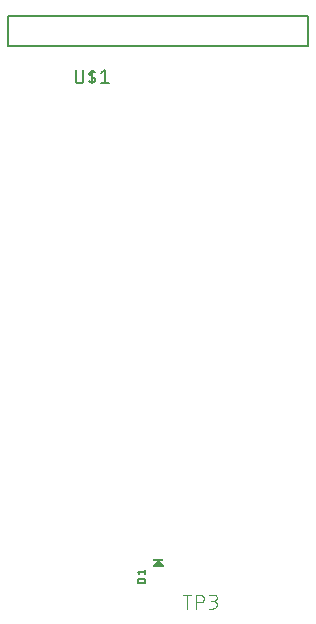
<source format=gbr>
G04 EAGLE Gerber RS-274X export*
G75*
%MOMM*%
%FSLAX34Y34*%
%LPD*%
%INSilkscreen Top*%
%IPPOS*%
%AMOC8*
5,1,8,0,0,1.08239X$1,22.5*%
G01*
%ADD10R,0.889000X0.190500*%
%ADD11C,0.152400*%
%ADD12C,0.101600*%
%ADD13C,0.127000*%

G36*
X378478Y22102D02*
X378478Y22102D01*
X378495Y22100D01*
X378599Y22121D01*
X378703Y22139D01*
X378718Y22147D01*
X378736Y22151D01*
X378827Y22204D01*
X378920Y22254D01*
X378932Y22266D01*
X378948Y22276D01*
X379017Y22355D01*
X379090Y22432D01*
X379097Y22448D01*
X379109Y22462D01*
X379149Y22559D01*
X379193Y22655D01*
X379195Y22673D01*
X379202Y22689D01*
X379209Y22795D01*
X379220Y22899D01*
X379216Y22917D01*
X379218Y22935D01*
X379190Y23037D01*
X379168Y23140D01*
X379159Y23155D01*
X379154Y23172D01*
X379069Y23317D01*
X375259Y28397D01*
X375256Y28400D01*
X375254Y28404D01*
X375167Y28485D01*
X375082Y28567D01*
X375078Y28569D01*
X375075Y28572D01*
X374966Y28622D01*
X374859Y28672D01*
X374855Y28672D01*
X374851Y28674D01*
X374733Y28687D01*
X374615Y28700D01*
X374611Y28700D01*
X374606Y28700D01*
X374490Y28674D01*
X374374Y28650D01*
X374370Y28647D01*
X374366Y28646D01*
X374264Y28585D01*
X374162Y28525D01*
X374159Y28521D01*
X374156Y28519D01*
X374041Y28397D01*
X370231Y23317D01*
X370223Y23301D01*
X370211Y23288D01*
X370166Y23192D01*
X370117Y23099D01*
X370114Y23081D01*
X370107Y23065D01*
X370095Y22960D01*
X370079Y22856D01*
X370082Y22838D01*
X370080Y22821D01*
X370102Y22718D01*
X370120Y22613D01*
X370128Y22598D01*
X370132Y22580D01*
X370186Y22490D01*
X370236Y22397D01*
X370249Y22384D01*
X370258Y22369D01*
X370338Y22300D01*
X370415Y22228D01*
X370432Y22221D01*
X370445Y22209D01*
X370543Y22170D01*
X370639Y22126D01*
X370657Y22124D01*
X370673Y22117D01*
X370840Y22099D01*
X378460Y22099D01*
X378478Y22102D01*
G37*
D10*
X374650Y27758D03*
D11*
X363728Y8382D02*
X357124Y8382D01*
X357124Y10216D01*
X357126Y10301D01*
X357132Y10385D01*
X357142Y10469D01*
X357155Y10553D01*
X357173Y10636D01*
X357194Y10718D01*
X357219Y10799D01*
X357248Y10879D01*
X357280Y10957D01*
X357316Y11033D01*
X357356Y11108D01*
X357399Y11181D01*
X357445Y11252D01*
X357494Y11321D01*
X357547Y11388D01*
X357603Y11452D01*
X357661Y11513D01*
X357722Y11571D01*
X357786Y11627D01*
X357853Y11680D01*
X357922Y11729D01*
X357993Y11775D01*
X358066Y11818D01*
X358141Y11858D01*
X358217Y11894D01*
X358296Y11926D01*
X358375Y11955D01*
X358456Y11980D01*
X358538Y12001D01*
X358621Y12019D01*
X358705Y12032D01*
X358789Y12042D01*
X358873Y12048D01*
X358958Y12050D01*
X358958Y12051D02*
X361894Y12051D01*
X361894Y12050D02*
X361979Y12048D01*
X362063Y12042D01*
X362147Y12032D01*
X362231Y12019D01*
X362314Y12001D01*
X362396Y11980D01*
X362477Y11955D01*
X362557Y11926D01*
X362635Y11894D01*
X362711Y11858D01*
X362786Y11818D01*
X362859Y11775D01*
X362930Y11729D01*
X362999Y11680D01*
X363066Y11627D01*
X363130Y11571D01*
X363191Y11513D01*
X363249Y11452D01*
X363305Y11388D01*
X363358Y11321D01*
X363407Y11252D01*
X363453Y11181D01*
X363496Y11108D01*
X363536Y11033D01*
X363572Y10957D01*
X363604Y10879D01*
X363633Y10799D01*
X363658Y10718D01*
X363679Y10636D01*
X363697Y10553D01*
X363710Y10469D01*
X363720Y10385D01*
X363726Y10301D01*
X363728Y10216D01*
X363728Y8382D01*
X358592Y15941D02*
X357124Y17775D01*
X363728Y17775D01*
X363728Y15941D02*
X363728Y19610D01*
D12*
X398803Y-1359D02*
X398803Y-13043D01*
X395557Y-1359D02*
X402048Y-1359D01*
X406775Y-1359D02*
X406775Y-13043D01*
X406775Y-1359D02*
X410021Y-1359D01*
X410134Y-1361D01*
X410247Y-1367D01*
X410360Y-1377D01*
X410473Y-1391D01*
X410585Y-1408D01*
X410696Y-1430D01*
X410806Y-1455D01*
X410916Y-1485D01*
X411024Y-1518D01*
X411131Y-1555D01*
X411237Y-1595D01*
X411341Y-1640D01*
X411444Y-1688D01*
X411545Y-1739D01*
X411644Y-1794D01*
X411741Y-1852D01*
X411836Y-1914D01*
X411929Y-1979D01*
X412019Y-2047D01*
X412107Y-2118D01*
X412193Y-2193D01*
X412276Y-2270D01*
X412356Y-2350D01*
X412433Y-2433D01*
X412508Y-2519D01*
X412579Y-2607D01*
X412647Y-2697D01*
X412712Y-2790D01*
X412774Y-2885D01*
X412832Y-2982D01*
X412887Y-3081D01*
X412938Y-3182D01*
X412986Y-3285D01*
X413031Y-3389D01*
X413071Y-3495D01*
X413108Y-3602D01*
X413141Y-3710D01*
X413171Y-3820D01*
X413196Y-3930D01*
X413218Y-4041D01*
X413235Y-4153D01*
X413249Y-4266D01*
X413259Y-4379D01*
X413265Y-4492D01*
X413267Y-4605D01*
X413265Y-4718D01*
X413259Y-4831D01*
X413249Y-4944D01*
X413235Y-5057D01*
X413218Y-5169D01*
X413196Y-5280D01*
X413171Y-5390D01*
X413141Y-5500D01*
X413108Y-5608D01*
X413071Y-5715D01*
X413031Y-5821D01*
X412986Y-5925D01*
X412938Y-6028D01*
X412887Y-6129D01*
X412832Y-6228D01*
X412774Y-6325D01*
X412712Y-6420D01*
X412647Y-6513D01*
X412579Y-6603D01*
X412508Y-6691D01*
X412433Y-6777D01*
X412356Y-6860D01*
X412276Y-6940D01*
X412193Y-7017D01*
X412107Y-7092D01*
X412019Y-7163D01*
X411929Y-7231D01*
X411836Y-7296D01*
X411741Y-7358D01*
X411644Y-7416D01*
X411545Y-7471D01*
X411444Y-7522D01*
X411341Y-7570D01*
X411237Y-7615D01*
X411131Y-7655D01*
X411024Y-7692D01*
X410916Y-7725D01*
X410806Y-7755D01*
X410696Y-7780D01*
X410585Y-7802D01*
X410473Y-7819D01*
X410360Y-7833D01*
X410247Y-7843D01*
X410134Y-7849D01*
X410021Y-7851D01*
X410021Y-7850D02*
X406775Y-7850D01*
X417655Y-13043D02*
X420900Y-13043D01*
X421013Y-13041D01*
X421126Y-13035D01*
X421239Y-13025D01*
X421352Y-13011D01*
X421464Y-12994D01*
X421575Y-12972D01*
X421685Y-12947D01*
X421795Y-12917D01*
X421903Y-12884D01*
X422010Y-12847D01*
X422116Y-12807D01*
X422220Y-12762D01*
X422323Y-12714D01*
X422424Y-12663D01*
X422523Y-12608D01*
X422620Y-12550D01*
X422715Y-12488D01*
X422808Y-12423D01*
X422898Y-12355D01*
X422986Y-12284D01*
X423072Y-12209D01*
X423155Y-12132D01*
X423235Y-12052D01*
X423312Y-11969D01*
X423387Y-11883D01*
X423458Y-11795D01*
X423526Y-11705D01*
X423591Y-11612D01*
X423653Y-11517D01*
X423711Y-11420D01*
X423766Y-11321D01*
X423817Y-11220D01*
X423865Y-11117D01*
X423910Y-11013D01*
X423950Y-10907D01*
X423987Y-10800D01*
X424020Y-10692D01*
X424050Y-10582D01*
X424075Y-10472D01*
X424097Y-10361D01*
X424114Y-10249D01*
X424128Y-10136D01*
X424138Y-10023D01*
X424144Y-9910D01*
X424146Y-9797D01*
X424144Y-9684D01*
X424138Y-9571D01*
X424128Y-9458D01*
X424114Y-9345D01*
X424097Y-9233D01*
X424075Y-9122D01*
X424050Y-9012D01*
X424020Y-8902D01*
X423987Y-8794D01*
X423950Y-8687D01*
X423910Y-8581D01*
X423865Y-8477D01*
X423817Y-8374D01*
X423766Y-8273D01*
X423711Y-8174D01*
X423653Y-8077D01*
X423591Y-7982D01*
X423526Y-7889D01*
X423458Y-7799D01*
X423387Y-7711D01*
X423312Y-7625D01*
X423235Y-7542D01*
X423155Y-7462D01*
X423072Y-7385D01*
X422986Y-7310D01*
X422898Y-7239D01*
X422808Y-7171D01*
X422715Y-7106D01*
X422620Y-7044D01*
X422523Y-6986D01*
X422424Y-6931D01*
X422323Y-6880D01*
X422220Y-6832D01*
X422116Y-6787D01*
X422010Y-6747D01*
X421903Y-6710D01*
X421795Y-6677D01*
X421685Y-6647D01*
X421575Y-6622D01*
X421464Y-6600D01*
X421352Y-6583D01*
X421239Y-6569D01*
X421126Y-6559D01*
X421013Y-6553D01*
X420900Y-6551D01*
X421550Y-1359D02*
X417655Y-1359D01*
X421550Y-1359D02*
X421651Y-1361D01*
X421751Y-1367D01*
X421851Y-1377D01*
X421951Y-1390D01*
X422050Y-1408D01*
X422149Y-1429D01*
X422246Y-1454D01*
X422343Y-1483D01*
X422438Y-1516D01*
X422532Y-1552D01*
X422624Y-1592D01*
X422715Y-1635D01*
X422804Y-1682D01*
X422891Y-1732D01*
X422977Y-1786D01*
X423060Y-1843D01*
X423140Y-1903D01*
X423219Y-1966D01*
X423295Y-2033D01*
X423368Y-2102D01*
X423438Y-2174D01*
X423506Y-2248D01*
X423571Y-2325D01*
X423632Y-2405D01*
X423691Y-2487D01*
X423746Y-2571D01*
X423798Y-2657D01*
X423847Y-2745D01*
X423892Y-2835D01*
X423934Y-2927D01*
X423972Y-3020D01*
X424006Y-3115D01*
X424037Y-3210D01*
X424064Y-3307D01*
X424087Y-3405D01*
X424107Y-3504D01*
X424122Y-3604D01*
X424134Y-3704D01*
X424142Y-3804D01*
X424146Y-3905D01*
X424146Y-4005D01*
X424142Y-4106D01*
X424134Y-4206D01*
X424122Y-4306D01*
X424107Y-4406D01*
X424087Y-4505D01*
X424064Y-4603D01*
X424037Y-4700D01*
X424006Y-4795D01*
X423972Y-4890D01*
X423934Y-4983D01*
X423892Y-5075D01*
X423847Y-5165D01*
X423798Y-5253D01*
X423746Y-5339D01*
X423691Y-5423D01*
X423632Y-5505D01*
X423571Y-5585D01*
X423506Y-5662D01*
X423438Y-5736D01*
X423368Y-5808D01*
X423295Y-5877D01*
X423219Y-5944D01*
X423140Y-6007D01*
X423060Y-6067D01*
X422977Y-6124D01*
X422891Y-6178D01*
X422804Y-6228D01*
X422715Y-6275D01*
X422624Y-6318D01*
X422532Y-6358D01*
X422438Y-6394D01*
X422343Y-6427D01*
X422246Y-6456D01*
X422149Y-6481D01*
X422050Y-6502D01*
X421951Y-6520D01*
X421851Y-6533D01*
X421751Y-6543D01*
X421651Y-6549D01*
X421550Y-6551D01*
X421550Y-6552D02*
X418953Y-6552D01*
D13*
X501650Y488950D02*
X247650Y488950D01*
X501650Y488950D02*
X501650Y463550D01*
X247650Y463550D01*
X247650Y488950D01*
X304673Y443103D02*
X304673Y434848D01*
X304675Y434737D01*
X304681Y434627D01*
X304690Y434516D01*
X304704Y434406D01*
X304721Y434297D01*
X304742Y434188D01*
X304767Y434080D01*
X304796Y433973D01*
X304828Y433867D01*
X304864Y433762D01*
X304904Y433659D01*
X304947Y433557D01*
X304994Y433456D01*
X305045Y433357D01*
X305098Y433261D01*
X305155Y433166D01*
X305216Y433073D01*
X305279Y432982D01*
X305346Y432893D01*
X305416Y432807D01*
X305489Y432724D01*
X305564Y432642D01*
X305642Y432564D01*
X305724Y432489D01*
X305807Y432416D01*
X305893Y432346D01*
X305982Y432279D01*
X306073Y432216D01*
X306166Y432155D01*
X306261Y432098D01*
X306357Y432045D01*
X306456Y431994D01*
X306557Y431947D01*
X306659Y431904D01*
X306762Y431864D01*
X306867Y431828D01*
X306973Y431796D01*
X307080Y431767D01*
X307188Y431742D01*
X307297Y431721D01*
X307406Y431704D01*
X307516Y431690D01*
X307627Y431681D01*
X307737Y431675D01*
X307848Y431673D01*
X307959Y431675D01*
X308069Y431681D01*
X308180Y431690D01*
X308290Y431704D01*
X308399Y431721D01*
X308508Y431742D01*
X308616Y431767D01*
X308723Y431796D01*
X308829Y431828D01*
X308934Y431864D01*
X309037Y431904D01*
X309139Y431947D01*
X309240Y431994D01*
X309339Y432045D01*
X309435Y432098D01*
X309530Y432155D01*
X309623Y432216D01*
X309714Y432279D01*
X309803Y432346D01*
X309889Y432416D01*
X309972Y432489D01*
X310054Y432564D01*
X310132Y432642D01*
X310207Y432724D01*
X310280Y432807D01*
X310350Y432893D01*
X310417Y432982D01*
X310480Y433073D01*
X310541Y433166D01*
X310598Y433260D01*
X310651Y433357D01*
X310702Y433456D01*
X310749Y433557D01*
X310792Y433659D01*
X310832Y433762D01*
X310868Y433867D01*
X310900Y433973D01*
X310929Y434080D01*
X310954Y434188D01*
X310975Y434297D01*
X310992Y434406D01*
X311006Y434516D01*
X311015Y434627D01*
X311021Y434737D01*
X311023Y434848D01*
X311023Y443103D01*
X318897Y443103D02*
X318897Y431673D01*
X318897Y437388D02*
X317310Y438341D01*
X317309Y438340D02*
X317236Y438387D01*
X317165Y438436D01*
X317096Y438489D01*
X317030Y438545D01*
X316966Y438604D01*
X316905Y438665D01*
X316847Y438729D01*
X316792Y438796D01*
X316740Y438866D01*
X316692Y438937D01*
X316646Y439011D01*
X316604Y439087D01*
X316566Y439165D01*
X316531Y439244D01*
X316500Y439325D01*
X316473Y439407D01*
X316449Y439490D01*
X316429Y439575D01*
X316413Y439660D01*
X316401Y439746D01*
X316393Y439832D01*
X316389Y439918D01*
X316388Y440005D01*
X316392Y440092D01*
X316400Y440178D01*
X316411Y440264D01*
X316427Y440349D01*
X316446Y440433D01*
X316469Y440517D01*
X316496Y440599D01*
X316527Y440680D01*
X316562Y440760D01*
X316599Y440837D01*
X316641Y440913D01*
X316686Y440988D01*
X316734Y441059D01*
X316786Y441129D01*
X316840Y441196D01*
X316898Y441261D01*
X316958Y441323D01*
X317022Y441382D01*
X317088Y441438D01*
X317156Y441492D01*
X317227Y441541D01*
X317300Y441588D01*
X317375Y441631D01*
X317452Y441671D01*
X317530Y441707D01*
X317611Y441740D01*
X317692Y441769D01*
X317775Y441794D01*
X317859Y441816D01*
X317944Y441833D01*
X317945Y441833D02*
X318082Y441856D01*
X318221Y441876D01*
X318359Y441891D01*
X318498Y441903D01*
X318638Y441911D01*
X318777Y441914D01*
X318917Y441915D01*
X319056Y441911D01*
X319195Y441903D01*
X319334Y441892D01*
X319473Y441876D01*
X319611Y441857D01*
X319749Y441834D01*
X319886Y441807D01*
X320022Y441776D01*
X320157Y441742D01*
X320291Y441704D01*
X320425Y441662D01*
X320556Y441616D01*
X320687Y441567D01*
X320816Y441514D01*
X320944Y441458D01*
X321070Y441398D01*
X321194Y441335D01*
X321317Y441268D01*
X321437Y441198D01*
X318897Y437388D02*
X320485Y436436D01*
X320558Y436389D01*
X320629Y436340D01*
X320698Y436287D01*
X320764Y436231D01*
X320828Y436172D01*
X320889Y436111D01*
X320947Y436047D01*
X321002Y435980D01*
X321054Y435910D01*
X321102Y435839D01*
X321148Y435765D01*
X321190Y435689D01*
X321228Y435611D01*
X321263Y435532D01*
X321294Y435451D01*
X321321Y435369D01*
X321345Y435286D01*
X321365Y435201D01*
X321381Y435116D01*
X321393Y435030D01*
X321401Y434944D01*
X321405Y434858D01*
X321406Y434771D01*
X321402Y434684D01*
X321394Y434598D01*
X321383Y434512D01*
X321367Y434427D01*
X321348Y434343D01*
X321325Y434259D01*
X321298Y434177D01*
X321267Y434096D01*
X321232Y434016D01*
X321195Y433939D01*
X321153Y433863D01*
X321108Y433788D01*
X321060Y433717D01*
X321008Y433647D01*
X320954Y433580D01*
X320896Y433515D01*
X320836Y433453D01*
X320772Y433394D01*
X320706Y433338D01*
X320638Y433284D01*
X320567Y433235D01*
X320494Y433188D01*
X320419Y433145D01*
X320342Y433105D01*
X320264Y433069D01*
X320183Y433036D01*
X320102Y433007D01*
X320019Y432982D01*
X319935Y432960D01*
X319850Y432943D01*
X319849Y432943D02*
X319712Y432920D01*
X319573Y432900D01*
X319435Y432885D01*
X319296Y432873D01*
X319156Y432865D01*
X319017Y432862D01*
X318877Y432861D01*
X318738Y432865D01*
X318599Y432873D01*
X318460Y432884D01*
X318321Y432900D01*
X318183Y432919D01*
X318045Y432942D01*
X317908Y432969D01*
X317772Y433000D01*
X317637Y433034D01*
X317503Y433072D01*
X317369Y433114D01*
X317238Y433160D01*
X317107Y433209D01*
X316978Y433262D01*
X316850Y433318D01*
X316724Y433378D01*
X316600Y433441D01*
X316477Y433508D01*
X316357Y433578D01*
X326390Y440563D02*
X329565Y443103D01*
X329565Y431673D01*
X326390Y431673D02*
X332740Y431673D01*
M02*

</source>
